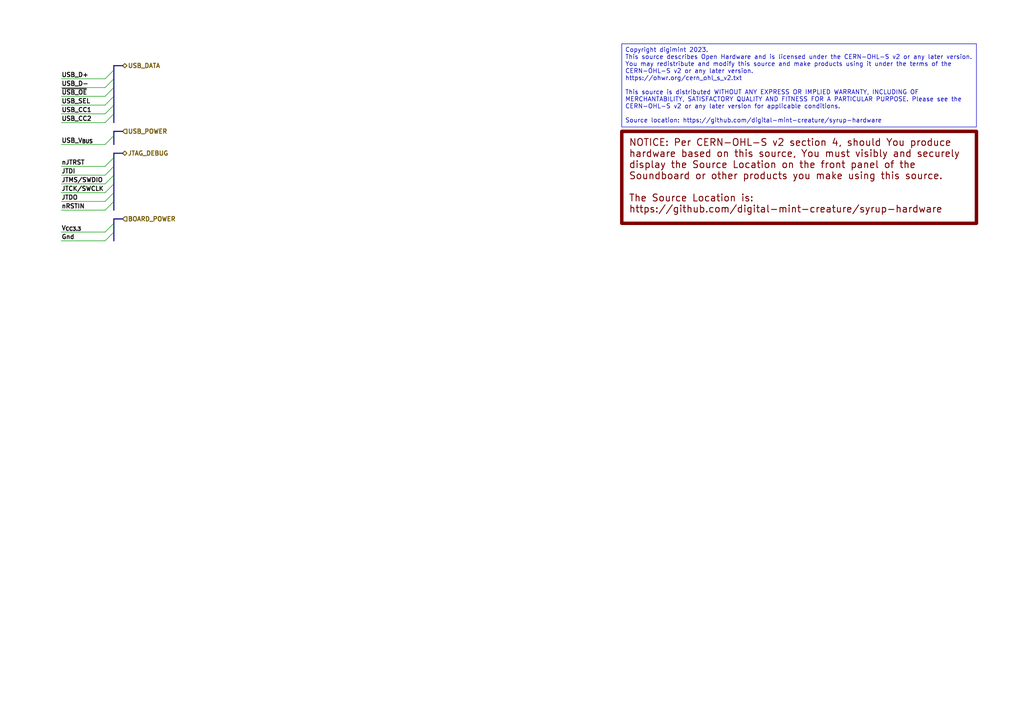
<source format=kicad_sch>
(kicad_sch (version 20230121) (generator eeschema)
  (paper "A4")
  (title_block (rev "0.1.0") (company "https://twitch.tv/digimint") (comment 1 "Source Location: https://github.com/digital-mint-creature/syrup-hardware") (comment 3 "Licensed under CERN-OHL- v2 or any later version") (comment 4 "Copyright digimint 2023"))
  (lib_symbols)
  (bus_entry (at 33.02 53.34) (size -2.54 2.54))
  (bus_entry (at 33.02 58.42) (size -2.54 2.54))
  (bus_entry (at 33.02 30.48) (size -2.54 2.54))
  (bus_entry (at 33.02 20.32) (size -2.54 2.54))
  (bus_entry (at 33.02 55.88) (size -2.54 2.54))
  (bus_entry (at 33.02 33.02) (size -2.54 2.54))
  (bus_entry (at 33.02 45.72) (size -2.54 2.54))
  (bus_entry (at 33.02 67.31) (size -2.54 2.54))
  (bus_entry (at 33.02 22.86) (size -2.54 2.54))
  (bus_entry (at 33.02 64.77) (size -2.54 2.54))
  (bus_entry (at 33.02 25.4) (size -2.54 2.54))
  (bus_entry (at 33.02 39.37) (size -2.54 2.54))
  (bus_entry (at 33.02 27.94) (size -2.54 2.54))
  (bus_entry (at 33.02 48.26) (size -2.54 2.54))
  (bus_entry (at 33.02 50.8) (size -2.54 2.54))
  (bus (pts (xy 33.02 64.77) (xy 33.02 67.31)))
  (bus (pts (xy 33.02 38.1) (xy 33.02 39.37)))
  (wire (pts (xy 17.78 58.42) (xy 30.48 58.42)))
  (bus (pts (xy 33.02 30.48) (xy 33.02 33.02)))
  (bus (pts (xy 33.02 19.05) (xy 35.56 19.05)))
  (bus (pts (xy 33.02 50.8) (xy 33.02 53.34)))
  (bus (pts (xy 33.02 25.4) (xy 33.02 27.94)))
  (wire (pts (xy 17.78 48.26) (xy 30.48 48.26)))
  (wire (pts (xy 17.78 35.56) (xy 30.48 35.56)))
  (wire (pts (xy 17.78 41.91) (xy 30.48 41.91)))
  (bus (pts (xy 33.02 44.45) (xy 35.56 44.45)))
  (wire (pts (xy 17.78 27.94) (xy 30.48 27.94)))
  (bus (pts (xy 33.02 58.42) (xy 33.02 60.96)))
  (wire (pts (xy 17.78 60.96) (xy 30.48 60.96)))
  (bus (pts (xy 33.02 39.37) (xy 33.02 41.91)))
  (bus (pts (xy 33.02 48.26) (xy 33.02 50.8)))
  (bus (pts (xy 33.02 45.72) (xy 33.02 48.26)))
  (bus (pts (xy 33.02 63.5) (xy 35.56 63.5)))
  (bus (pts (xy 33.02 67.31) (xy 33.02 69.85)))
  (bus (pts (xy 33.02 22.86) (xy 33.02 25.4)))
  (wire (pts (xy 17.78 67.31) (xy 30.48 67.31)))
  (bus (pts (xy 33.02 53.34) (xy 33.02 55.88)))
  (wire (pts (xy 17.78 33.02) (xy 30.48 33.02)))
  (wire (pts (xy 17.78 53.34) (xy 30.48 53.34)))
  (bus (pts (xy 33.02 63.5) (xy 33.02 64.77)))
  (bus (pts (xy 33.02 27.94) (xy 33.02 30.48)))
  (wire (pts (xy 17.78 69.85) (xy 30.48 69.85)))
  (wire (pts (xy 17.78 22.86) (xy 30.48 22.86)))
  (bus (pts (xy 33.02 33.02) (xy 33.02 35.56)))
  (bus (pts (xy 33.02 19.05) (xy 33.02 20.32)))
  (wire (pts (xy 17.78 25.4) (xy 30.48 25.4)))
  (bus (pts (xy 33.02 44.45) (xy 33.02 45.72)))
  (bus (pts (xy 33.02 20.32) (xy 33.02 22.86)))
  (wire (pts (xy 17.78 55.88) (xy 30.48 55.88)))
  (bus (pts (xy 35.56 38.1) (xy 33.02 38.1)))
  (bus (pts (xy 33.02 55.88) (xy 33.02 58.42)))
  (wire (pts (xy 17.78 30.48) (xy 30.48 30.48)))
  (wire (pts (xy 17.78 50.8) (xy 30.48 50.8)))
  (text_box "Copyright digimint 2023.\nThis source describes Open Hardware and is licensed under the CERN-OHL-S v2 or any later version.\nYou may redistribute and modify this source and make products using it under the terms of the CERN-OHL-S v2 or any later version.\nhttps://ohwr.org/cern_ohl_s_v2.txt\n\nThis source is distributed WITHOUT ANY EXPRESS OR IMPLIED WARRANTY, INCLUDING OF MERCHANTABILITY, SATISFACTORY QUALITY AND FITNESS FOR A PARTICULAR PURPOSE. Please see the CERN-OHL-S v2 or any later version for applicable conditions.\n\nSource location: https://github.com/digital-mint-creature/syrup-hardware" (at 180.34 12.7 0) (size 102.87 24.13) (effects (font (size 1.27 1.27)) (justify left top)))
  (text_box "NOTICE: Per CERN-OHL-S v2 section 4, should You produce hardware based on this source, You must visibly and securely display the Source Location on the front panel of the Soundboard or other products you make using this source.\n\nThe Source Location is:\nhttps://github.com/digital-mint-creature/syrup-hardware" (at 180.34 38.1 0) (size 102.87 26.67) (stroke (width 1) (color 122 0 0 1)) (effects (font (size 2 2) (thickness 0.254) bold) (justify left top)))
  (label "USB_V_{BUS}" (at 17.78 41.91 0) (effects (font bold)))
  (label "Gnd" (at 17.78 69.85 0) (effects (font bold)))
  (label "~{USB_OE}" (at 17.78 27.94 0) (effects (font bold)))
  (label "JTMS{slash}SWDIO" (at 17.78 53.34 0) (effects (font bold)))
  (label "USB_CC1" (at 17.78 33.02 0) (effects (font bold)))
  (label "nRSTIN" (at 17.78 60.96 0) (effects (font bold)))
  (label "V_{CC3.3}" (at 17.78 67.31 0) (effects (font bold)))
  (label "USB_SEL" (at 17.78 30.48 0) (effects (font bold)))
  (label "JTDI" (at 17.78 50.8 0) (effects (font bold)))
  (label "USB_D-" (at 17.78 25.4 0) (effects (font bold)))
  (label "JTCK{slash}SWCLK" (at 17.78 55.88 0) (effects (font bold)))
  (label "USB_D+" (at 17.78 22.86 0) (effects (font bold)))
  (label "JTDO" (at 17.78 58.42 0) (effects (font bold)))
  (label "nJTRST" (at 17.78 48.26 0) (effects (font bold)))
  (label "USB_CC2" (at 17.78 35.56 0) (effects (font bold)))
  (hierarchical_label "JTAG_DEBUG" (shape bidirectional) (at 35.56 44.45 0) (effects (font bold)))
  (hierarchical_label "BOARD_POWER" (shape input) (at 35.56 63.5 0) (effects (font bold)))
  (hierarchical_label "USB_DATA" (shape bidirectional) (at 35.56 19.05 0) (effects (font bold)))
  (hierarchical_label "USB_POWER" (shape input) (at 35.56 38.1 0) (effects (font bold)))
)
</source>
